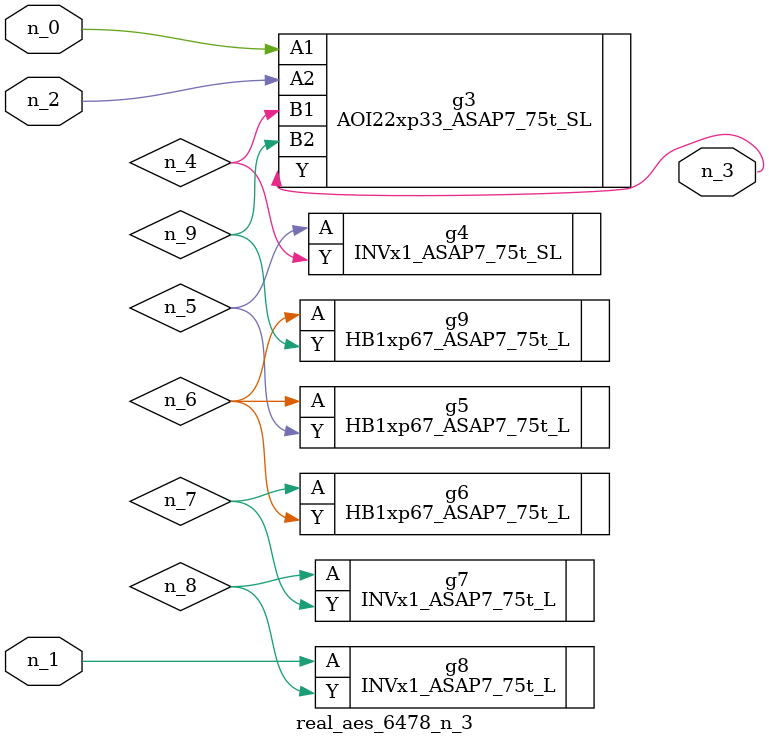
<source format=v>
module real_aes_6478_n_3 (n_0, n_2, n_1, n_3);
input n_0;
input n_2;
input n_1;
output n_3;
wire n_4;
wire n_5;
wire n_7;
wire n_9;
wire n_6;
wire n_8;
AOI22xp33_ASAP7_75t_SL g3 ( .A1(n_0), .A2(n_2), .B1(n_4), .B2(n_9), .Y(n_3) );
INVx1_ASAP7_75t_L g8 ( .A(n_1), .Y(n_8) );
INVx1_ASAP7_75t_SL g4 ( .A(n_5), .Y(n_4) );
HB1xp67_ASAP7_75t_L g5 ( .A(n_6), .Y(n_5) );
HB1xp67_ASAP7_75t_L g9 ( .A(n_6), .Y(n_9) );
HB1xp67_ASAP7_75t_L g6 ( .A(n_7), .Y(n_6) );
INVx1_ASAP7_75t_L g7 ( .A(n_8), .Y(n_7) );
endmodule
</source>
